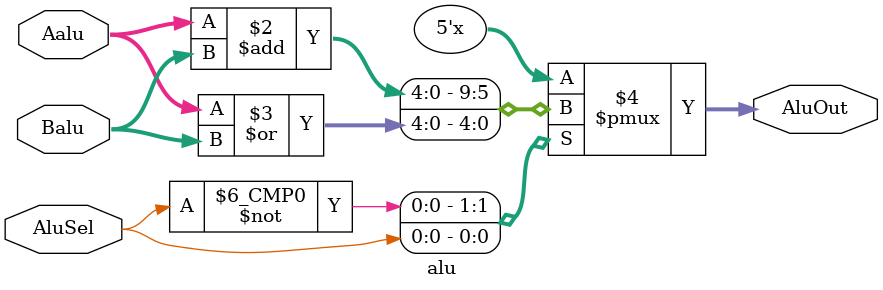
<source format=v>
module alu (AluOut, AluSel, Aalu, Balu);
    parameter Bus=5;
    output reg [Bus-1:0] AluOut;
    input [Bus-1:0] Aalu, Balu;
    input AluSel; 

    always @(*) begin
	case(AluSel)
		0: AluOut=Aalu+Balu;
		1: AluOut=Aalu | Balu;
	endcase
    end
endmodule

</source>
